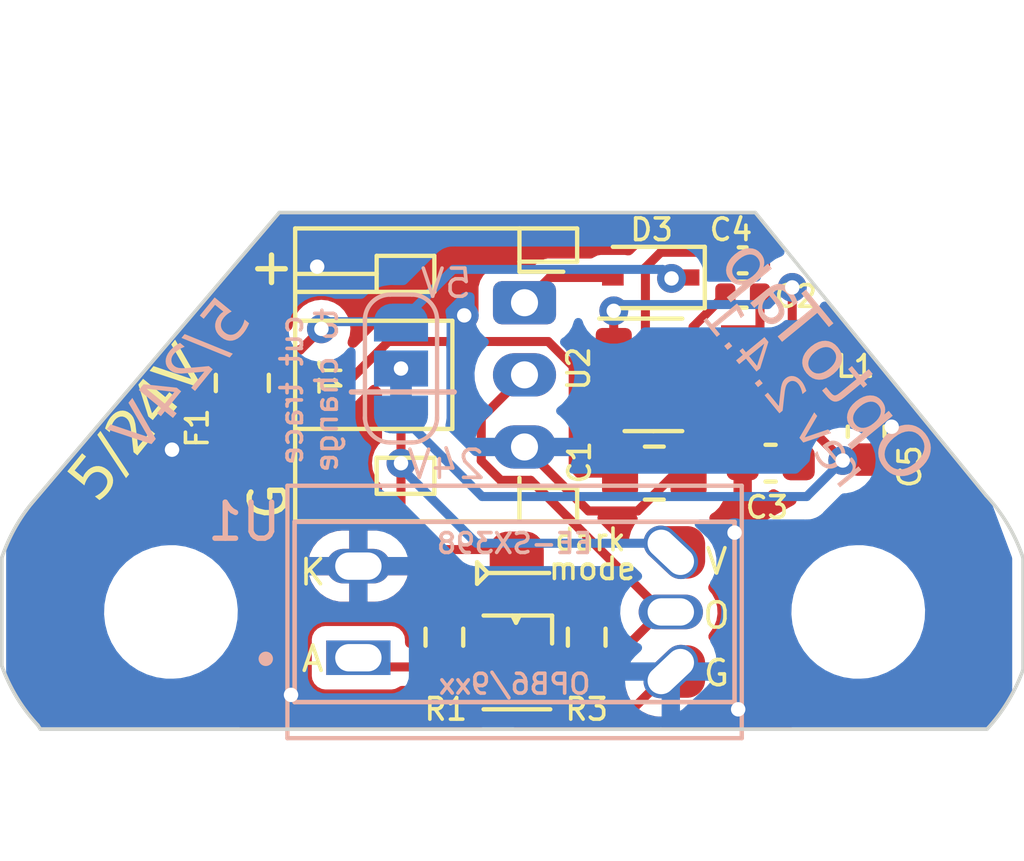
<source format=kicad_pcb>
(kicad_pcb (version 20221018) (generator pcbnew)
  (layers (0 "F.Cu" signal) (31 "B.Cu" signal) (34 "B.Paste" user) (35 "F.Paste" user) (36 "B.SilkS" user "B.Silkscreen") (37 "F.SilkS" user "F.Silkscreen") (38 "B.Mask" user) (39 "F.Mask" user) (44 "Edge.Cuts" user))
  (net 0 "")
  (net 1 "SIG")
  (net 2 "GND")
  (net 3 "Net-(U2-EN)")
  (net 4 "Vin")
  (net 5 "/fuse_out")
  (net 6 "/sw_node")
  (net 7 "+5V")
  (net 8 "/bst")
  (net 9 "/fb")
  (net 10 "/LED+")
  (net 11 "Vcc")
  (net 13 "Net-(JP2-A)")
  (net 14 "Net-(U1-ANODE)")
  (footprint "Resistor_SMD:R_0805_2012Metric" (layer "F.Cu") (at 104.85 59.15 -90)
    (fp_text reference "F1" (at 1.25 1.25 90) (layer "F.SilkS") (effects (font (size 0.6 0.6) (thickness 0.1))))
    (fp_text value "Polyfuse_Small")
    (fp_line (start -0.227064 -0.735) (end 0.227064 -0.735) (stroke (width 0.12)) (layer "F.SilkS"))
    (fp_line (start -0.227064 0.735) (end 0.227064 0.735) (stroke (width 0.12)) (layer "F.SilkS"))
    (pad "1" smd roundrect (at -0.9125 0 270) (size 1.025 1.4) (layers "F.Cu" "F.Paste" "F.Mask") (roundrect_rratio 0.243902439) (net 11 "Vcc"))
    (pad "2" smd roundrect (at 0.9125 0 270) (size 1.025 1.4) (layers "F.Cu" "F.Paste" "F.Mask") (roundrect_rratio 0.243902439) (net 5 "/fuse_out"))
  )
  (footprint "Connector_JST:JST_PH_S3B-PH-K_1x03_P2.00mm_Horizontal" (layer "F.Cu") (at 112.675 56.925 -90)
    (fp_text reference "J1" (at 2.075 5.425 -90 unlocked) (layer "F.SilkS") (effects (font (size 0.6 0.6) (thickness 0.1))))
    (fp_text value "Conn_01x03")
    (fp_line (start -2.06 -1.46) (end -2.06 6.36) (stroke (width 0.12)) (layer "F.SilkS"))
    (fp_line (start -2.06 0.14) (end -1.14 0.14) (stroke (width 0.12)) (layer "F.SilkS"))
    (fp_line (start -2.06 6.36) (end 6.06 6.36) (stroke (width 0.12)) (layer "F.SilkS"))
    (fp_line (start -1.3 2.5) (end -1.3 4.1) (stroke (width 0.12)) (layer "F.SilkS"))
    (fp_line (start -1.3 4.1) (end -0.3 4.1) (stroke (width 0.12)) (layer "F.SilkS"))
    (fp_line (start -1.14 -1.46) (end -2.06 -1.46) (stroke (width 0.12)) (layer "F.SilkS"))
    (fp_line (start -1.14 0.14) (end -1.14 -1.46) (stroke (width 0.12)) (layer "F.SilkS"))
    (fp_line (start -0.86 0.14) (end -1.14 0.14) (stroke (width 0.12)) (layer "F.SilkS"))
    (fp_line (start -0.86 0.14) (end -0.86 -1.075) (stroke (width 0.12)) (layer "F.SilkS"))
    (fp_line (start -0.8 4.1) (end -0.8 6.36) (stroke (width 0.12)) (layer "F.SilkS"))
    (fp_line (start -0.3 2.5) (end -1.3 2.5) (stroke (width 0.12)) (layer "F.SilkS"))
    (fp_line (start -0.3 4.1) (end -0.3 2.5) (stroke (width 0.12)) (layer "F.SilkS"))
    (fp_line (start -0.3 4.1) (end -0.3 6.36) (stroke (width 0.12)) (layer "F.SilkS"))
    (fp_line (start 0.5 2) (end 3.5 2) (stroke (width 0.12)) (layer "F.SilkS"))
    (fp_line (start 0.5 6.36) (end 0.5 2) (stroke (width 0.12)) (layer "F.SilkS"))
    (fp_line (start 3.5 2) (end 3.5 6.36) (stroke (width 0.12)) (layer "F.SilkS"))
    (fp_line (start 4.3 2.5) (end 5.3 2.5) (stroke (width 0.12)) (layer "F.SilkS"))
    (fp_line (start 4.3 4.1) (end 4.3 2.5) (stroke (width 0.12)) (layer "F.SilkS"))
    (fp_line (start 5.14 -1.46) (end 5.14 0.14) (stroke (width 0.12)) (layer "F.SilkS"))
    (fp_line (start 5.14 0.14) (end 4.86 0.14) (stroke (width 0.12)) (layer "F.SilkS"))
    (fp_line (start 5.3 2.5) (end 5.3 4.1) (stroke (width 0.12)) (layer "F.SilkS"))
    (fp_line (start 5.3 4.1) (end 4.3 4.1) (stroke (width 0.12)) (layer "F.SilkS"))
    (fp_line (start 6.06 -1.46) (end 5.14 -1.46) (stroke (width 0.12)) (layer "F.SilkS"))
    (fp_line (start 6.06 0.14) (end 5.14 0.14) (stroke (width 0.12)) (layer "F.SilkS"))
    (fp_line (start 6.06 6.36) (end 6.06 -1.46) (stroke (width 0.12)) (layer "F.SilkS"))
    (pad "1" thru_hole roundrect (at 0 0 270) (size 1.2 1.75) (drill 0.75) (layers "*.Cu" "*.Mask") (roundrect_rratio 0.2083333333) (net 4 "Vin"))
    (pad "2" thru_hole oval (at 2 0 270) (size 1.2 1.75) (drill 0.75) (layers "*.Cu" "*.Mask") (net 1 "SIG"))
    (pad "3" thru_hole oval (at 4 0 270) (size 1.2 1.75) (drill 0.75) (layers "*.Cu" "*.Mask") (net 2 "GND"))
  )
  (footprint "Resistor_SMD:R_0603_1608Metric" (layer "F.Cu") (at 110.45299 66.2 -90)
    (fp_text reference "R1" (at 2 -0.04 180) (layer "F.SilkS") (effects (font (size 0.6 0.6) (thickness 0.1))))
    (fp_text value "200R")
    (fp_line (start -0.237258 -0.5225) (end 0.237258 -0.5225) (stroke (width 0.12)) (layer "F.SilkS"))
    (fp_line (start -0.237258 0.5225) (end 0.237258 0.5225) (stroke (width 0.12)) (layer "F.SilkS"))
    (pad "1" smd roundrect (at -0.825 0 270) (size 0.8 0.95) (layers "F.Cu" "F.Paste" "F.Mask") (net 7 "+5V"))
    (pad "2" smd roundrect (at 0.825 0 270) (size 0.8 0.95) (layers "F.Cu" "F.Paste" "F.Mask") (net 14 "Net-(U1-ANODE)"))
  )
  (footprint "Capacitor_SMD:C_0402_1005Metric" (layer "F.Cu") (at 118.725 56.7 180)
    (fp_text reference "C2" (at -1.475 -0.05) (layer "F.SilkS") (effects (font (size 0.6 0.6) (thickness 0.1))))
    (fp_text value "100 nF")
    (fp_line (start -0.107836 -0.36) (end 0.107836 -0.36) (stroke (width 0.12)) (layer "F.SilkS"))
    (fp_line (start -0.107836 0.36) (end 0.107836 0.36) (stroke (width 0.12)) (layer "F.SilkS"))
    (pad "1" smd roundrect (at -0.48 0 180) (size 0.56 0.62) (layers "F.Cu" "F.Paste" "F.Mask") (net 6 "/sw_node"))
    (pad "2" smd roundrect (at 0.48 0 180) (size 0.56 0.62) (layers "F.Cu" "F.Paste" "F.Mask") (net 8 "/bst"))
  )
  (footprint "Capacitor_SMD:C_0603_1608Metric" (layer "F.Cu") (at 119.5 61.375 180)
    (fp_text reference "C3" (at 0.1 -1.225) (layer "F.SilkS") (effects (font (size 0.6 0.6) (thickness 0.1))))
    (fp_text value "22 µF")
    (fp_line (start -0.14058 -0.51) (end 0.14058 -0.51) (stroke (width 0.12)) (layer "F.SilkS"))
    (fp_line (start -0.14058 0.51) (end 0.14058 0.51) (stroke (width 0.12)) (layer "F.SilkS"))
    (pad "1" smd roundrect (at -0.775 0 180) (size 0.9 0.95) (layers "F.Cu" "F.Paste" "F.Mask") (net 9 "/fb"))
    (pad "2" smd roundrect (at 0.775 0 180) (size 0.9 0.95) (layers "F.Cu" "F.Paste" "F.Mask") (net 2 "GND"))
  )
  (footprint "Jumper:SolderJumper-2_DARKMODE" (layer "F.Cu") (at 112.46 64.42 180)
    (fp_text reference "JP2" hide)
    (fp_text value "SolderJumper_2_Bridged")
    (fp_text user "mode" (at -2.1 0.12) (layer "F.SilkS") (effects (font (size 0.6 0.6) (thickness 0.1))))
    (fp_text user "dark" (at -2.04 0.92) (layer "F.SilkS") (effects (font (size 0.6 0.6) (thickness 0.1))))
    (fp_poly (pts (xy 0.3 0.25) (xy 0.3 -0.25) (xy -0.3 -0.25) (xy -0.3 0.25)) (fill solid) (layer "F.Cu"))
    (fp_line (start -0.9 0) (end 0.8 0) (stroke (width 0.12)) (layer "F.SilkS"))
    (fp_line (start 0.8 0) (end 1.1 -0.3) (stroke (width 0.12)) (layer "F.SilkS"))
    (fp_line (start 1.1 -0.3) (end 1.1 0.3) (stroke (width 0.12)) (layer "F.SilkS"))
    (fp_line (start 1.1 0.3) (end 0.8 0) (stroke (width 0.12)) (layer "F.SilkS"))
    (pad "1" smd custom (at 0 -0.65 90) (size 1 0.5) (layers "F.Cu" "F.Mask") (net 13 "Net-(JP2-A)") (options (clearance outline) (anchor rect)) (primitives (gr_circle (center 0 0.25) (end 0.5 0.25) (width 0) (fill yes)) (gr_circle (center 0 -0.25) (end 0.5 -0.25) (width 0) (fill yes)) (gr_poly (pts (xy 0.5 0.75) (xy 0 0.75) (xy 0 -0.75) (xy 0.5 -0.75)) (width 0) (fill yes))))
    (pad "2" smd custom (at 0 0.65 90) (size 1 0.5) (layers "F.Cu" "F.Mask") (net 7 "+5V") (options (clearance outline) (anchor rect)) (primitives (gr_circle (center 0 0.25) (end 0.5 0.25) (width 0) (fill yes)) (gr_circle (center 0 -0.25) (end 0.5 -0.25) (width 0) (fill yes)) (gr_poly (pts (xy 0 0.75) (xy -0.5 0.75) (xy -0.5 -0.75) (xy 0 -0.75)) (width 0) (fill yes))))
  )
  (footprint "MountingHole:MountingHole_3.2mm_M3_ISO7380" (layer "F.Cu") (at 102.87 65.5)
    (fp_text reference "REF**" hide)
    (fp_text value "MountingHole_3.2mm_M3_ISO7380" hide)
    (pad "" np_thru_hole circle (at 0 0) (size 3.2 3.2) (drill 3.2) (layers "*.Cu" "*.Mask"))
  )
  (footprint "Package_TO_SOT_SMD:TSOT-26" (layer "F.Cu") (at 116.25 58.925)
    (fp_text reference "U2" (at -2.075 -0.175 90 unlocked) (layer "F.SilkS") (effects (font (size 0.6 0.6) (thickness 0.1))))
    (fp_text value "AP63205WU")
    (fp_line (start 0 -1.56) (end -1.5 -1.56) (stroke (width 0.12)) (layer "F.SilkS"))
    (fp_line (start 0 -1.56) (end 0.8 -1.56) (stroke (width 0.12)) (layer "F.SilkS"))
    (fp_line (start 0 1.56) (end -0.8 1.56) (stroke (width 0.12)) (layer "F.SilkS"))
    (fp_line (start 0 1.56) (end 0.8 1.56) (stroke (width 0.12)) (layer "F.SilkS"))
    (pad "1" smd roundrect (at -1.1 -0.95) (size 1 0.7) (layers "F.Cu" "F.Paste" "F.Mask") (net 9 "/fb"))
    (pad "2" smd roundrect (at -1.1 0) (size 1 0.7) (layers "F.Cu" "F.Paste" "F.Mask") (net 3 "Net-(U2-EN)"))
    (pad "3" smd roundrect (at -1.1 0.95) (size 1 0.7) (layers "F.Cu" "F.Paste" "F.Mask") (net 5 "/fuse_out"))
    (pad "4" smd roundrect (at 1.1 0.95) (size 1 0.7) (layers "F.Cu" "F.Paste" "F.Mask") (net 2 "GND"))
    (pad "5" smd roundrect (at 1.1 0) (size 1 0.7) (layers "F.Cu" "F.Paste" "F.Mask") (net 6 "/sw_node"))
    (pad "6" smd roundrect (at 1.1 -0.95) (size 1 0.7) (layers "F.Cu" "F.Paste" "F.Mask") (net 8 "/bst"))
  )
  (footprint "LED_SMD:LED_0606_1432" (layer "F.Cu") (at 112.44 66.9 -90)
    (fp_text reference "D1" hide)
    (fp_text value "XL-1615RGBC")
    (fp_line (start -1.3 -1) (end -0.525 -1) (stroke (width 0.12)) (layer "F.SilkS"))
    (fp_line (start -1.3 -0.1) (end -1.1 0) (stroke (width 0.12)) (layer "F.SilkS"))
    (fp_line (start -1.3 0.9) (end -1.3 -1) (stroke (width 0.12)) (layer "F.SilkS"))
    (fp_line (start -1.1 0) (end -1.3 0.1) (stroke (width 0.12)) (layer "F.SilkS"))
    (fp_line (start 1.3 0.9) (end 1.3 -0.95) (stroke (width 0.12)) (layer "F.SilkS"))
    (pad "1" smd rect (at -0.7 -0.5 270) (size 0.6 0.7) (layers "F.Cu" "F.Paste" "F.Mask") (net 1 "SIG"))
    (pad "2" smd rect (at -0.7 0.5 270) (size 0.6 0.7) (layers "F.Cu" "F.Paste" "F.Mask") (net 10 "/LED+"))
    (pad "3" smd rect (at 0.7 0.5 270) (size 0.6 0.7) (layers "F.Cu" "F.Paste" "F.Mask") (net 2 "GND"))
    (pad "4" smd rect (at 0.7 -0.5 270) (size 0.6 0.7) (layers "F.Cu" "F.Paste" "F.Mask"))
  )
  (footprint "Capacitor_SMD:C_0805_2012Metric" (layer "F.Cu") (at 116.275 61.65)
    (fp_text reference "C1" (at -2.075 -0.3 90 unlocked) (layer "F.SilkS") (effects (font (size 0.6 0.6) (thickness 0.1))))
    (fp_text value "10 µF")
    (fp_line (start -0.261252 -0.735) (end 0.261252 -0.735) (stroke (width 0.12)) (layer "F.SilkS"))
    (fp_line (start -0.261252 0.735) (end 0.261252 0.735) (stroke (width 0.12)) (layer "F.SilkS"))
    (pad "1" smd roundrect (at -0.95 0) (size 1 1.45) (layers "F.Cu" "F.Paste" "F.Mask") (net 5 "/fuse_out"))
    (pad "2" smd roundrect (at 0.95 0) (size 1 1.45) (layers "F.Cu" "F.Paste" "F.Mask") (net 2 "GND"))
  )
  (footprint "Capacitor_SMD:C_0402_1005Metric" (layer "F.Cu") (at 118.725 55.75)
    (fp_text reference "C4" (at -0.325 -0.85) (layer "F.SilkS") (effects (font (size 0.6 0.6) (thickness 0.1))))
    (fp_text value "68 nF")
    (fp_line (start -0.107836 -0.36) (end 0.107836 -0.36) (stroke (width 0.12)) (layer "F.SilkS"))
    (fp_line (start -0.107836 0.36) (end 0.107836 0.36) (stroke (width 0.12)) (layer "F.SilkS"))
    (pad "1" smd roundrect (at -0.48 0) (size 0.56 0.62) (layers "F.Cu" "F.Paste" "F.Mask") (net 3 "Net-(U2-EN)"))
    (pad "2" smd roundrect (at 0.48 0) (size 0.56 0.62) (layers "F.Cu" "F.Paste" "F.Mask") (net 2 "GND"))
  )
  (footprint "Diode_SMD:D_SOD-323" (layer "F.Cu") (at 116.175 56.225 180)
    (fp_text reference "D3" (at -0.025 1.325) (layer "F.SilkS") (effects (font (size 0.6 0.6) (thickness 0.1))))
    (fp_text value "D_Schottky")
    (fp_line (start -1.5 -0.85) (end -1.5 0.85) (stroke (width 0.12)) (layer "F.SilkS"))
    (fp_line (start -1.5 -0.85) (end 1.05 -0.85) (stroke (width 0.12)) (layer "F.SilkS"))
    (fp_line (start -1.5 0.85) (end 1.05 0.85) (stroke (width 0.12)) (layer "F.SilkS"))
    (pad "1" smd rect (at -1.05 0 180) (size 0.6 0.45) (layers "F.Cu" "F.Paste" "F.Mask") (net 11 "Vcc"))
    (pad "2" smd rect (at 1.05 0 180) (size 0.6 0.45) (layers "F.Cu" "F.Paste" "F.Mask") (net 4 "Vin"))
  )
  (footprint "Resistor_SMD:R_0603_1608Metric" (layer "F.Cu") (at 114.4 66.2 -90)
    (fp_text reference "R3" (at 2 0 180) (layer "F.SilkS") (effects (font (size 0.6 0.6) (thickness 0.1))))
    (fp_text value "620R")
    (fp_line (start -0.237258 -0.5225) (end 0.237258 -0.5225) (stroke (width 0.12)) (layer "F.SilkS"))
    (fp_line (start -0.237258 0.5225) (end 0.237258 0.5225) (stroke (width 0.12)) (layer "F.SilkS"))
    (pad "1" smd roundrect (at -0.825 0 270) (size 0.8 0.95) (layers "F.Cu" "F.Paste" "F.Mask") (net 13 "Net-(JP2-A)"))
    (pad "2" smd roundrect (at 0.825 0 270) (size 0.8 0.95) (layers "F.Cu" "F.Paste" "F.Mask") (net 10 "/LED+"))
  )
  (footprint "MountingHole:MountingHole_3.2mm_M3_ISO7380" (layer "F.Cu") (at 121.93 65.5)
    (fp_text reference "REF**" hide)
    (fp_text value "MountingHole_3.2mm_M3_ISO7380" hide)
    (pad "" np_thru_hole circle (at 0 0) (size 3.2 3.2) (drill 3.2) (layers "*.Cu" "*.Mask"))
  )
  (footprint "Inductor_SMD:CKCS3010" (layer "F.Cu") (at 119.675 58.9)
    (fp_text reference "L1" (at 2.175 -0.21 unlocked) (layer "F.SilkS") (effects (font (size 0.6 0.6) (thickness 0.1))))
    (fp_text value "4.7 uH")
    (pad "1" smd rect (at -1.05 0) (size 1 2.7) (layers "F.Cu" "F.Paste" "F.Mask") (net 6 "/sw_node"))
    (pad "2" smd rect (at 1.05 0) (size 1 2.7) (layers "F.Cu" "F.Paste" "F.Mask") (net 9 "/fb"))
  )
  (footprint "Capacitor_SMD:C_0603_1608Metric" (layer "F.Cu") (at 122.15 60.5 90)
    (fp_text reference "C5" (at -0.97 1.21 90) (layer "F.SilkS") (effects (font (size 0.6 0.6) (thickness 0.1))))
    (fp_text value "22 µF")
    (fp_line (start -0.14058 -0.51) (end 0.14058 -0.51) (stroke (width 0.12)) (layer "F.SilkS"))
    (fp_line (start -0.14058 0.51) (end 0.14058 0.51) (stroke (width 0.12)) (layer "F.SilkS"))
    (pad "1" smd roundrect (at -0.775 0 90) (size 0.9 0.95) (layers "F.Cu" "F.Paste" "F.Mask") (net 9 "/fb"))
    (pad "2" smd roundrect (at 0.775 0 90) (size 0.9 0.95) (layers "F.Cu" "F.Paste" "F.Mask") (net 2 "GND"))
  )
  (footprint "footprints:OPTO_EE-SX398_OPB666N" (layer "B.Cu") (at 112.4 65.5 180)
    (fp_text reference "U1" (at 7.5 2.5) (layer "B.SilkS") (effects (justify mirror)))
    (fp_text value "OPB961N51")
    (fp_text user "OPB6/9xx" (at 0 -2) (layer "B.SilkS") (effects (font (size 0.55 0.55) (thickness 0.1)) (justify mirror)))
    (fp_text user "EE-SX398" (at 0 1.9) (layer "B.SilkS") (effects (font (size 0.55 0.55) (thickness 0.1)) (justify mirror)))
    (fp_text user "G" (at -5.6 -1.7) (layer "F.SilkS") (effects (font (size 0.7 0.7) (thickness 0.1))))
    (fp_text user "O" (at -5.6 -0.1) (layer "F.SilkS") (effects (font (size 0.7 0.7) (thickness 0.1))))
    (fp_text user "V" (at -5.6 1.4) (layer "F.SilkS") (effects (font (size 0.7 0.7) (thickness 0.1))))
    (fp_text user "A" (at 5.6 -1.3) (layer "F.SilkS") (effects (font (size 0.7 0.7) (thickness 0.1))))
    (fp_text user "K" (at 5.6 1.1) (layer "F.SilkS") (effects (font (size 0.7 0.7) (thickness 0.1))))
    (fp_poly (pts (arc (start -4.06679 -2.38) (mid -3.62529 -2.080222) (end -3.741061 -1.559275)) (arc (start -4.277061 -1.054275) (mid -4.427568 -0.9585) (end -4.60279 -0.925)) (arc (start -4.78479 -0.925) (mid -5.138343 -1.071447) (end -5.28479 -1.425)) (arc (start -5.28479 -1.88) (mid -5.138343 -2.233553) (end -4.78479 -2.38))) (fill solid) (layer "F.Cu"))
    (fp_poly (pts (arc (start -3.741061 1.559275) (mid -3.62529 2.080222) (end -4.06679 2.38)) (arc (start -4.78479 2.38) (mid -5.138343 2.233553) (end -5.28479 1.88)) (arc (start -5.28479 1.425) (mid -5.138343 1.071447) (end -4.78479 0.925)) (arc (start -4.60279 0.925) (mid -4.427568 0.9585) (end -4.277061 1.054275))) (fill solid) (layer "F.Cu"))
    (fp_line (start -6.3 -3.5) (end 6.3 -3.5) (stroke (width 0.12)) (layer "B.SilkS"))
    (fp_line (start -6.3 3.5) (end -6.3 -3.5) (stroke (width 0.12)) (layer "B.SilkS"))
    (fp_line (start -6.3 3.5) (end 6.3 3.5) (stroke (width 0.12)) (layer "B.SilkS"))
    (fp_line (start -6.1 2.5) (end -6.1 -2.5) (stroke (width 0.127)) (layer "B.SilkS"))
    (fp_line (start 6.1 -2.5) (end -6.1 -2.5) (stroke (width 0.127)) (layer "B.SilkS"))
    (fp_line (start 6.1 -2.5) (end 6.1 2.5) (stroke (width 0.127)) (layer "B.SilkS"))
    (fp_line (start 6.1 2.5) (end -6.1 2.5) (stroke (width 0.127)) (layer "B.SilkS"))
    (fp_line (start 6.3 3.5) (end 6.3 -3.5) (stroke (width 0.12)) (layer "B.SilkS"))
    (fp_circle (center 6.9 -1.3) (end 7 -1.3) (stroke (width 0.2)) (fill none) (layer "B.SilkS"))
    (pad "1" thru_hole rect (at 4.332 -1.27) (size 1.782 0.958) (drill oval 1.286 0.758) (layers "*.Cu" "*.Mask") (net 14 "Net-(U1-ANODE)"))
    (pad "2" thru_hole oval (at 4.332 1.27) (size 1.782 0.958) (drill oval 1.286 0.758) (layers "*.Cu" "*.Mask") (net 2 "GND"))
    (pad "3" thru_hole oval (at -4.332 1.653 316.7) (size 1.722 0.955) (drill oval 1.486 0.755) (layers "*.Cu" "*.Mask") (net 7 "+5V"))
    (pad "4" thru_hole oval (at -4.332 0) (size 1.782 0.958) (drill oval 1.286 0.758) (layers "*.Cu" "*.Mask") (net 1 "SIG"))
    (pad "5" thru_hole oval (at -4.332 -1.653 43.3) (size 1.722 0.955) (drill oval 1.486 0.755) (layers "*.Cu" "*.Mask") (net 2 "GND"))
  )
  (footprint "Jumper:SolderJumper-3_P1.3mm_Bridged12_RoundedPad1.0x1.5mm_NumberLabels" (layer "B.Cu") (at 109.25 58.75 90)
    (fp_text reference "JP1" hide)
    (fp_text value "SolderJumper_3_Bridged12")
    (fp_poly (pts (xy -0.9 0.3) (xy -0.4 0.3) (xy -0.4 -0.3) (xy -0.9 -0.3)) (fill solid) (layer "B.Cu"))
    (fp_line (start -2.05 -0.3) (end -2.05 0.3) (stroke (width 0.12)) (layer "B.SilkS"))
    (fp_line (start -1.4 1) (end 1.4 1) (stroke (width 0.12)) (layer "B.SilkS"))
    (fp_line (start 1.4 -1) (end -1.4 -1) (stroke (width 0.12)) (layer "B.SilkS"))
    (fp_line (start 2.05 0.3) (end 2.05 -0.3) (stroke (width 0.12)) (layer "B.SilkS"))
    (fp_arc (start -2.05 -0.3) (mid -1.844975 -0.794975) (end -1.35 -1) (stroke (width 0.12)) (layer "B.SilkS"))
    (fp_arc (start -1.35 1) (mid -1.844975 0.794975) (end -2.05 0.3) (stroke (width 0.12)) (layer "B.SilkS"))
    (fp_arc (start 1.35 -1) (mid 1.844975 -0.794975) (end 2.05 -0.3) (stroke (width 0.12)) (layer "B.SilkS"))
    (fp_arc (start 2.05 0.3) (mid 1.844975 0.794975) (end 1.35 1) (stroke (width 0.12)) (layer "B.SilkS"))
    (pad "1" smd custom (at -1.3 0 90) (size 1 0.5) (layers "B.Cu" "B.Mask") (net 9 "/fb") (options (clearance outline) (anchor rect)) (primitives (gr_poly (pts (xy 0.55 0.75) (xy 0 0.75) (xy 0 -0.75) (xy 0.55 -0.75)) (width 0) (fill yes)) (gr_circle (center 0 -0.25) (end 0.5 -0.25) (width 0) (fill yes)) (gr_circle (center 0 0.25) (end 0.5 0.25) (width 0) (fill yes))))
    (pad "2" smd rect (at 0 0 90) (size 1 1.5) (layers "B.Cu" "B.Mask") (net 7 "+5V"))
    (pad "3" smd custom (at 1.3 0 90) (size 1 0.5) (layers "B.Cu" "B.Mask") (net 11 "Vcc") (options (clearance outline) (anchor rect)) (primitives (gr_circle (center 0 -0.25) (end 0.5 -0.25) (width 0) (fill yes)) (gr_circle (center 0 0.25) (end 0.5 0.25) (width 0) (fill yes)) (gr_poly (pts (xy 0 0.75) (xy -0.55 0.75) (xy -0.55 -0.75) (xy 0 -0.75)) (width 0) (fill yes))))
  )
  (gr_line (start 110.725 59.400362) (end 107.875 59.399638) (stroke (width 0.15)) (layer "B.SilkS"))
  (gr_line (start 99.25 68.75) (end 125.5 68.75) (stroke (width 0.1)) (layer "Edge.Cuts"))
  (gr_line (start 105.875 54.425) (end 119.075 54.425) (stroke (width 0.1)) (layer "Edge.Cuts"))
  (gr_line (start 98.18104 63.99368) (end 98.18104 66.99368) (stroke (width 0.1)) (layer "Edge.Cuts"))
  (gr_arc (start 125.475944 62.272337) (mid 126.080456 63.081349) (end 126.5 64) (stroke (width 0.1)) (layer "Edge.Cuts"))
  (gr_line (start 126.5 64) (end 126.500246 67.100088) (stroke (width 0.1)) (layer "Edge.Cuts"))
  (gr_line (start 99.25 68.75) (end 99.18 68.64) (stroke (width 0.1)) (layer "Edge.Cuts"))
  (gr_arc (start 98.18104 63.99368) (mid 98.523207 63.209934) (end 99 62.5) (stroke (width 0.1)) (layer "Edge.Cuts"))
  (gr_arc (start 126.500246 67.100088) (mid 126.084303 67.976078) (end 125.5 68.75) (stroke (width 0.1)) (layer "Edge.Cuts"))
  (gr_line (start 105.875 54.425) (end 99 62.5) (stroke (width 0.1)) (layer "Edge.Cuts"))
  (gr_line (start 119.075 54.425) (end 125.475944 62.272337) (stroke (width 0.1)) (layer "Edge.Cuts"))
  (gr_arc (start 99.180001 68.639999) (mid 98.595538 67.868314) (end 98.179585 66.994198) (stroke (width 0.1)) (layer "Edge.Cuts"))
  (gr_text "OptoTap\n" (at 123.6 61.7 309.4) (layer "B.SilkS") (effects (font (size 1.4 1.4) (thickness 0.2)) (justify left mirror)))
  (gr_text "rev 2.4.1\n\n" (at 119.2 60 309.301) (layer "B.SilkS") (effects (font (size 1 1)) (justify mirror)))
  (gr_text "5V\n\n\n\n24V" (at 110.5 58.9) (layer "B.SilkS") (effects (font (size 0.78 0.78) (thickness 0.1)) (justify mirror)))
  (gr_text "cut trace\nto change" (at 106.7 59.349276 90) (layer "B.SilkS") (effects (font (size 0.6 0.6) (thickness 0.1)) (justify mirror)))
  (gr_text "5/24V" (at 103.2 59 50.7) (layer "B.SilkS") (effects (font (size 1.2 1.2)) (justify mirror)))
  (gr_text "G       +" (at 105.585 59.15 90) (layer "F.SilkS") (effects (font (size 1 1))))
  (gr_text "5/24V" (at 102 60.3 50.7) (layer "F.SilkS") (effects (font (size 1.2 1.2))))
  (segment (start 111.47548 60.12452) (end 112.675 58.925) (width 0.25) (layer "F.Cu") (net 1))
  (segment (start 112.84952 61.84952) (end 112.017052 61.84952) (width 0.25) (layer "F.Cu") (net 1))
  (segment (start 112.94 66.3) (end 115.665 66.3) (width 0.25) (layer "F.Cu") (net 1))
  (segment (start 115.665 66.3) (end 116.465 65.5) (width 0.25) (layer "F.Cu") (net 1))
  (segment (start 112.017052 61.84952) (end 111.47548 61.307948) (width 0.25) (layer "F.Cu") (net 1))
  (segment (start 116.465 65.5) (end 116.465 65.465) (width 0.25) (layer "F.Cu") (net 1))
  (segment (start 116.39 65.5) (end 116.39 65.498217) (width 0.25) (layer "F.Cu") (net 1))
  (segment (start 111.47548 61.307948) (end 111.47548 60.12452) (width 0.25) (layer "F.Cu") (net 1))
  (segment (start 116.465 65.465) (end 112.84952 61.84952) (width 0.25) (layer "F.Cu") (net 1))
  (segment (start 118.538908 55.076978) (end 107.773022 55.076978) (width 0.25) (layer "F.Cu") (net 2))
  (segment (start 116.099489 67.424511) (end 116.446 67.078) (width 0.25) (layer "F.Cu") (net 2))
  (segment (start 117.225 60) (end 117.35 59.875) (width 0.25) (layer "F.Cu") (net 2))
  (segment (start 116.21948 67.59952) (end 116.732 67.087) (width 0.25) (layer "F.Cu") (net 2))
  (segment (start 119.205 55.75) (end 119.205 55.74307) (width 0.25) (layer "F.Cu") (net 2))
  (segment (start 118.725 61.375) (end 117.5 61.375) (width 0.25) (layer "F.Cu") (net 2))
  (segment (start 122.15 59.725) (end 122.218376 59.725) (width 0.25) (layer "F.Cu") (net 2))
  (segment (start 111.94 67.6) (end 111.94 68.15) (width 0.25) (layer "F.Cu") (net 2))
  (segment (start 116.862493 61.65) (end 117.225 61.65) (width 0.25) (layer "F.Cu") (net 2))
  (segment (start 114.44952 62.69952) (end 115.812973 62.69952) (width 0.25) (layer "F.Cu") (net 2))
  (segment (start 106.55 68.15) (end 106.2 67.8) (width 0.25) (layer "F.Cu") (net 2))
  (segment (start 117.225 61.65) (end 117.225 60) (width 0.25) (layer "F.Cu") (net 2))
  (segment (start 112.675 60.925) (end 114.44952 62.69952) (width 0.25) (layer "F.Cu") (net 2))
  (segment (start 111.94 68.15) (end 106.55 68.15) (width 0.25) (layer "F.Cu") (net 2))
  (segment (start 119.205 55.74307) (end 118.538908 55.076978) (width 0.25) (layer "F.Cu") (net 2))
  (segment (start 122.218376 59.725) (end 122.85735 60.363974) (width 0.25) (layer "F.Cu") (net 2))
  (segment (start 111.94 67.6) (end 111.79048 67.74952) (width 0.25) (layer "F.Cu") (net 2))
  (segment (start 107.773022 55.076978) (end 106.925 55.925) (width 0.25) (layer "F.Cu") (net 2))
  (segment (start 112.014511 68.224511) (end 115.645489 68.224511) (width 0.25) (layer "F.Cu") (net 2))
  (segment (start 115.812973 62.69952) (end 116.862493 61.65) (width 0.25) (layer "F.Cu") (net 2))
  (segment (start 115.645489 68.224511) (end 116.465 67.405) (width 0.25) (layer "F.Cu") (net 2))
  (segment (start 117.5 61.375) (end 117.225 61.65) (width 0.25) (layer "F.Cu") (net 2))
  (segment (start 111.94 68.15) (end 112.014511 68.224511) (width 0.25) (layer "F.Cu") (net 2))
  (via (at 118.5 63.3) (size 0.8) (drill 0.4) (layers "F.Cu" "B.Cu") (net 2))
  (via (at 102.9 61) (size 0.8) (drill 0.4) (layers "F.Cu" "B.Cu") (net 2))
  (via (at 111.003608 57.2755) (size 0.8) (drill 0.4) (layers "F.Cu" "B.Cu") (net 2))
  (via (at 106.925 55.925) (size 0.8) (drill 0.4) (layers "F.Cu" "B.Cu") (net 2))
  (via (at 106.2 67.8) (size 0.8) (drill 0.4) (layers "F.Cu" "B.Cu") (net 2))
  (via (at 122.85735 60.363974) (size 0.8) (drill 0.4) (layers "F.Cu" "B.Cu") (net 2))
  (via (at 118.6 68.2) (size 0.8) (drill 0.4) (layers "F.Cu" "B.Cu") (net 2))
  (segment (start 118.021488 55.526488) (end 118.245 55.75) (width 0.25) (layer "F.Cu") (net 3))
  (segment (start 115.406427 58.925) (end 116.027957 58.30347) (width 0.25) (layer "F.Cu") (net 3))
  (segment (start 116.027957 58.30347) (end 116.027957 55.95089) (width 0.25) (layer "F.Cu") (net 3))
  (segment (start 116.027957 55.95089) (end 116.452359 55.526488) (width 0.25) (layer "F.Cu") (net 3))
  (segment (start 116.452359 55.526488) (end 118.021488 55.526488) (width 0.25) (layer "F.Cu") (net 3))
  (segment (start 115.15 58.925) (end 115.406427 58.925) (width 0.25) (layer "F.Cu") (net 3))
  (segment (start 113.375 56.225) (end 112.675 56.925) (width 0.25) (layer "F.Cu") (net 4))
  (segment (start 115.125 56.225) (end 113.375 56.225) (width 0.25) (layer "F.Cu") (net 4))
  (segment (start 111.89952 58.00048) (end 113.332948 58.00048) (width 0.25) (layer "F.Cu") (net 5))
  (segment (start 114.175 61.65) (end 115.325 61.65) (width 0.25) (layer "F.Cu") (net 5))
  (segment (start 114.025 61.5) (end 114.175 61.65) (width 0.25) (layer "F.Cu") (net 5))
  (segment (start 108.9 58) (end 111.89904 58) (width 0.25) (layer "F.Cu") (net 5))
  (segment (start 111.89904 58) (end 111.89952 58.00048) (width 0.25) (layer "F.Cu") (net 5))
  (segment (start 113.332948 58.00048) (end 114.025 58.692532) (width 0.25) (layer "F.Cu") (net 5))
  (segment (start 104.85 60.0625) (end 106.8375 60.0625) (width 0.25) (layer "F.Cu") (net 5))
  (segment (start 115.325 61.65) (end 115.325 60.05) (width 0.25) (layer "F.Cu") (net 5))
  (segment (start 106.8375 60.0625) (end 108.9 58) (width 0.25) (layer "F.Cu") (net 5))
  (segment (start 115.325 60.05) (end 115.15 59.875) (width 0.25) (layer "F.Cu") (net 5))
  (segment (start 114.025 58.692532) (end 114.025 61.5) (width 0.25) (layer "F.Cu") (net 5))
  (segment (start 119.205 58.32) (end 118.625 58.9) (width 0.25) (layer "F.Cu") (net 6))
  (segment (start 119.205 56.7) (end 119.205 58.32) (width 0.25) (layer "F.Cu") (net 6))
  (segment (start 118.6 58.925) (end 118.625 58.9) (width 0.25) (layer "F.Cu") (net 6))
  (segment (start 117.35 58.925) (end 118.6 58.925) (width 0.25) (layer "F.Cu") (net 6))
  (segment (start 109.25 61.375) (end 109.25 58.75) (width 0.25) (layer "F.Cu") (net 7))
  (segment (start 109.25 62.85) (end 109.25 61.375) (width 0.25) (layer "F.Cu") (net 7))
  (segment (start 110.15 63.75) (end 109.25 62.85) (width 0.25) (layer "F.Cu") (net 7))
  (segment (start 112.46 63.77) (end 110.17 63.77) (width 0.25) (layer "F.Cu") (net 7))
  (segment (start 110.17 63.77) (end 110.15 63.75) (width 0.25) (layer "F.Cu") (net 7))
  (segment (start 110.45299 64.05299) (end 110.15 63.75) (width 0.25) (layer "F.Cu") (net 7))
  (segment (start 110.45299 65.375) (end 110.45299 64.05299) (width 0.25) (layer "F.Cu") (net 7))
  (via (at 109.25 58.75) (size 0.8) (drill 0.4) (layers "F.Cu" "B.Cu") (net 7))
  (via (at 109.25 61.375) (size 0.8) (drill 0.4) (layers "F.Cu" "B.Cu") (net 7))
  (segment (start 109.25 61.375) (end 109.25 61.5) (width 0.25) (layer "B.Cu") (net 7))
  (segment (start 111.345 63.595) (end 116.465 63.595) (width 0.25) (layer "B.Cu") (net 7))
  (segment (start 109.25 61.5) (end 111.345 63.595) (width 0.25) (layer "B.Cu") (net 7))
  (segment (start 117.35 57.595) (end 118.245 56.7) (width 0.25) (layer "F.Cu") (net 8))
  (segment (start 117.35 57.975) (end 117.35 57.595) (width 0.25) (layer "F.Cu") (net 8))
  (segment (start 120.1 56.5) (end 120.1 58.275) (width 0.25) (layer "F.Cu") (net 9))
  (segment (start 120.725 58.9) (end 120.725 60.375) (width 0.25) (layer "F.Cu") (net 9))
  (segment (start 120.725 60.525) (end 120.725 58.9) (width 0.25) (layer "F.Cu") (net 9))
  (segment (start 120.725 60.375) (end 120.275 60.825) (width 0.25) (layer "F.Cu") (net 9))
  (segment (start 120.275 60.825) (end 120.275 61.375) (width 0.25) (layer "F.Cu") (net 9))
  (segment (start 120.1 58.275) (end 120.725 58.9) (width 0.25) (layer "F.Cu") (net 9))
  (segment (start 121.5 61.3) (end 120.725 60.525) (width 0.25) (layer "F.Cu") (net 9))
  (segment (start 115.15 57.975) (end 115.15 57.15) (width 0.25) (layer "F.Cu") (net 9))
  (via (at 121.5 61.3) (size 0.8) (drill 0.4) (layers "F.Cu" "B.Cu") (net 9))
  (via (at 120.1 56.5) (size 0.8) (drill 0.4) (layers "F.Cu" "B.Cu") (net 9))
  (via (at 115.15 57.15) (size 0.8) (drill 0.4) (layers "F.Cu" "B.Cu") (net 9))
  (segment (start 115.324511 56.975489) (end 119.424511 56.975489) (width 0.25) (layer "B.Cu") (net 9))
  (segment (start 111.5 62.3) (end 120.5 62.3) (width 0.25) (layer "B.Cu") (net 9))
  (segment (start 109.25 60.05) (end 111.5 62.3) (width 0.25) (layer "B.Cu") (net 9))
  (segment (start 119.9 56.5) (end 120.1 56.5) (width 0.25) (layer "B.Cu") (net 9))
  (segment (start 120.5 62.3) (end 121.5 61.3) (width 0.25) (layer "B.Cu") (net 9))
  (segment (start 115.15 57.15) (end 115.324511 56.975489) (width 0.25) (layer "B.Cu") (net 9))
  (segment (start 119.424511 56.975489) (end 119.9 56.5) (width 0.25) (layer "B.Cu") (net 9))
  (segment (start 114.350489 66.975489) (end 114.4 67.025) (width 0.25) (layer "F.Cu") (net 10))
  (segment (start 111.94 66.75) (end 112.165489 66.975489) (width 0.25) (layer "F.Cu") (net 10))
  (segment (start 112.165489 66.975489) (end 114.350489 66.975489) (width 0.25) (layer "F.Cu") (net 10))
  (segment (start 111.94 66.2) (end 111.94 66.75) (width 0.25) (layer "F.Cu") (net 10))
  (segment (start 117.225 56.225) (end 117.199011 56.250989) (width 0.25) (layer "F.Cu") (net 11))
  (segment (start 117.199011 56.250989) (end 116.752458 56.250989) (width 0.25) (layer "F.Cu") (net 11))
  (segment (start 106.454872 58.2375) (end 107.042872 57.6495) (width 0.25) (layer "F.Cu") (net 11))
  (segment (start 104.85 58.2375) (end 106.454872 58.2375) (width 0.25) (layer "F.Cu") (net 11))
  (via (at 107.042872 57.6495) (size 0.8) (drill 0.4) (layers "F.Cu" "B.Cu") (net 11))
  (via (at 116.752458 56.250989) (size 0.8) (drill 0.4) (layers "F.Cu" "B.Cu") (net 11))
  (segment (start 110.69952 56.00048) (end 116.501949 56.00048) (width 0.25) (layer "B.Cu") (net 11))
  (segment (start 107.242372 57.45) (end 107.042872 57.6495) (width 0.25) (layer "B.Cu") (net 11))
  (segment (start 109.25 57.45) (end 110.69952 56.00048) (width 0.25) (layer "B.Cu") (net 11))
  (segment (start 109.25 57.45) (end 107.242372 57.45) (width 0.25) (layer "B.Cu") (net 11))
  (segment (start 116.501949 56.00048) (end 116.752458 56.250989) (width 0.25) (layer "B.Cu") (net 11))
  (segment (start 114.4 65.375) (end 112.765 65.375) (width 0.25) (layer "F.Cu") (net 13))
  (segment (start 112.765 65.375) (end 112.46 65.07) (width 0.25) (layer "F.Cu") (net 13))
  (segment (start 108.59 67.025) (end 108.335 66.77) (width 0.25) (layer "F.Cu") (net 14))
  (segment (start 110.45299 67.025) (end 108.59 67.025) (width 0.25) (layer "F.Cu") (net 14))
  (zone (net 2) (net_name "GND") (layer "F.Cu") (connect_pads (clearance 0.4)) (min_thickness 0.3) (fill yes (thermal_gap 0.508) (thermal_bridge_width 0.508))
    (polygon (pts (xy 125.3 62) (xy 121.1 62) (xy 119.3 63) (xy 118.6 64.5) (xy 118.5 66.1) (xy 119.1 67.6) (xy 120.5 68.7) (xy 104.4 68.7) (xy 106.1 67.2) (xy 106.2 65.6) (xy 106 64.1) (xy 104.9 62.6) (xy 103.3 62) (xy 99.5 62) (xy 106 54.5) (xy 119 54.6)))
  )
  (zone (net 2) (net_name "GND") (layer "B.Cu") (connect_pads (clearance 0.508)) (min_thickness 0.254) (fill yes (thermal_gap 0.508) (thermal_bridge_width 0.508))
    (polygon (pts (xy 99.875 61.475) (xy 98.3 63.4) (xy 98.3 68.7) (xy 126.2 68.7) (xy 126.2 64) (xy 125.6 62.4) (xy 119 54.4) (xy 105.9 54.4)))
  )
)
</source>
